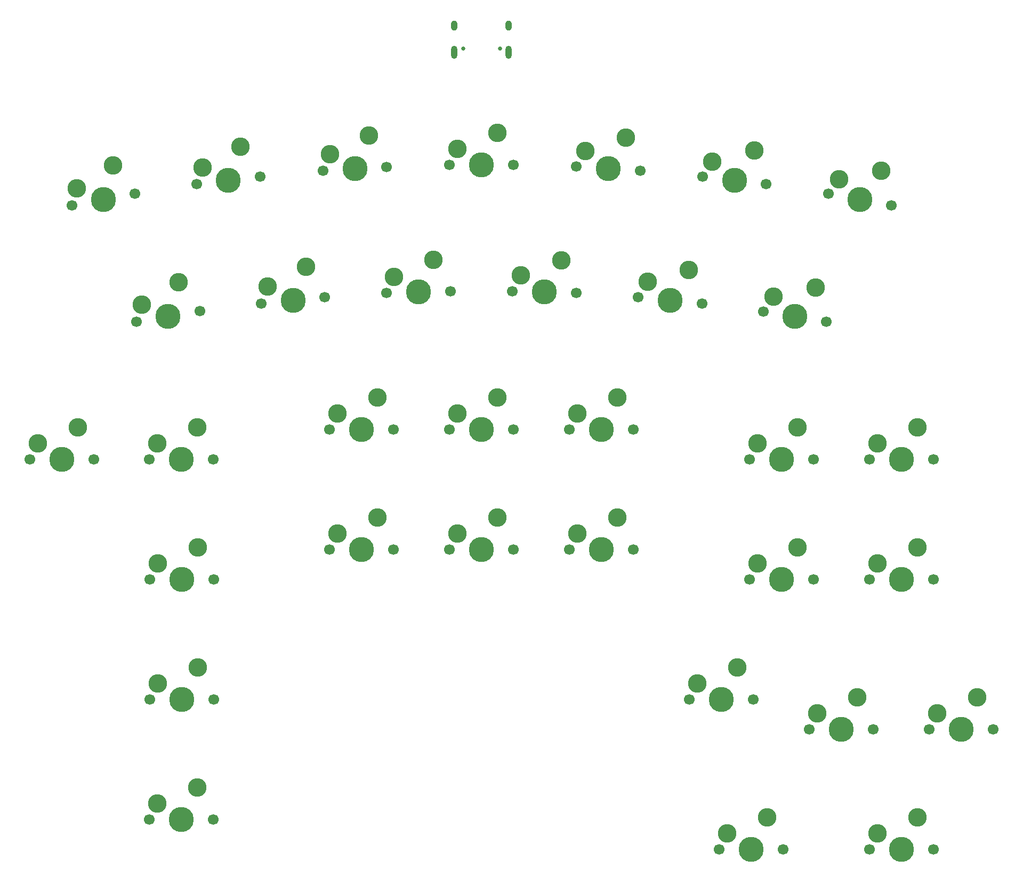
<source format=gbr>
%TF.GenerationSoftware,KiCad,Pcbnew,(6.0.1)*%
%TF.CreationDate,2023-02-18T19:59:14-08:00*%
%TF.ProjectId,StealthPad,53746561-6c74-4685-9061-642e6b696361,rev?*%
%TF.SameCoordinates,Original*%
%TF.FileFunction,Soldermask,Top*%
%TF.FilePolarity,Negative*%
%FSLAX46Y46*%
G04 Gerber Fmt 4.6, Leading zero omitted, Abs format (unit mm)*
G04 Created by KiCad (PCBNEW (6.0.1)) date 2023-02-18 19:59:14*
%MOMM*%
%LPD*%
G01*
G04 APERTURE LIST*
%ADD10C,2.950000*%
%ADD11C,1.700000*%
%ADD12C,3.980180*%
%ADD13C,0.650000*%
%ADD14O,1.000000X2.100000*%
%ADD15O,1.000000X1.600000*%
G04 APERTURE END LIST*
D10*
%TO.C,K21*%
X68680000Y-124210000D03*
D11*
X71220000Y-129290000D03*
D12*
X66140000Y-129290000D03*
D11*
X61060000Y-129290000D03*
D10*
X62330000Y-126750000D03*
%TD*%
D12*
%TO.C,K31*%
X66150000Y-148340000D03*
D10*
X62340000Y-145800000D03*
D11*
X61070000Y-148340000D03*
X71230000Y-148340000D03*
D10*
X68690000Y-143260000D03*
%TD*%
%TO.C,K02*%
X95885136Y-77954412D03*
D11*
X88589475Y-83490127D03*
X98730525Y-82869873D03*
D10*
X89702043Y-80877333D03*
D12*
X93660000Y-83180000D03*
%TD*%
D10*
%TO.C,K15*%
X166853543Y-102024345D03*
D11*
X158516058Y-105813428D03*
D12*
X163530000Y-106630000D03*
D11*
X168543942Y-107446572D03*
D10*
X160177830Y-103510600D03*
%TD*%
%TO.C,K12*%
X106164679Y-97600649D03*
D11*
X108867352Y-102596002D03*
D12*
X103790000Y-102760000D03*
D10*
X99899987Y-100344322D03*
D11*
X98712648Y-102923998D03*
%TD*%
D10*
%TO.C,K24*%
X135370000Y-119450000D03*
D12*
X132830000Y-124530000D03*
D10*
X129020000Y-121990000D03*
D11*
X127750000Y-124530000D03*
X137910000Y-124530000D03*
%TD*%
%TO.C,K00*%
X58714935Y-87144244D03*
X48725065Y-88995756D03*
D12*
X53720000Y-88070000D03*
D10*
X55291711Y-82612187D03*
X49510921Y-86266850D03*
%TD*%
%TO.C,K55*%
X152822500Y-188662500D03*
D11*
X151552500Y-191202500D03*
X161712500Y-191202500D03*
D12*
X156632500Y-191202500D03*
D10*
X159172500Y-186122500D03*
%TD*%
%TO.C,K06*%
X170576677Y-84878215D03*
D12*
X173860000Y-88070000D03*
D10*
X177283224Y-83537943D03*
D11*
X178854935Y-88995756D03*
X168865065Y-87144244D03*
%TD*%
D12*
%TO.C,K41*%
X66160000Y-167400000D03*
D11*
X61080000Y-167400000D03*
D10*
X62350000Y-164860000D03*
X68700000Y-162320000D03*
D11*
X71240000Y-167400000D03*
%TD*%
D12*
%TO.C,K36*%
X180460000Y-148340000D03*
D10*
X176650000Y-145800000D03*
X183000000Y-143260000D03*
D11*
X185540000Y-148340000D03*
X175380000Y-148340000D03*
%TD*%
%TO.C,K26*%
X185540000Y-129290000D03*
D10*
X176650000Y-126750000D03*
D11*
X175380000Y-129290000D03*
D10*
X183000000Y-124210000D03*
D12*
X180460000Y-129290000D03*
%TD*%
D10*
%TO.C,K51*%
X68680000Y-181370000D03*
D11*
X61060000Y-186450000D03*
D12*
X66140000Y-186450000D03*
D10*
X62330000Y-183910000D03*
D11*
X71220000Y-186450000D03*
%TD*%
D12*
%TO.C,K44*%
X151870000Y-167390000D03*
D10*
X148060000Y-164850000D03*
X154410000Y-162310000D03*
D11*
X146790000Y-167390000D03*
X156950000Y-167390000D03*
%TD*%
D10*
%TO.C,K22*%
X90920000Y-121990000D03*
X97270000Y-119450000D03*
D11*
X99810000Y-124530000D03*
X89650000Y-124530000D03*
D12*
X94730000Y-124530000D03*
%TD*%
D10*
%TO.C,K56*%
X176635000Y-188662500D03*
D12*
X180445000Y-191202500D03*
D10*
X182985000Y-186122500D03*
D11*
X185525000Y-191202500D03*
X175365000Y-191202500D03*
%TD*%
D10*
%TO.C,K20*%
X49650000Y-124200000D03*
D11*
X42030000Y-129280000D03*
D12*
X47110000Y-129280000D03*
D11*
X52190000Y-129280000D03*
D10*
X43300000Y-126740000D03*
%TD*%
D12*
%TO.C,K10*%
X64020000Y-106620000D03*
D11*
X69033942Y-105803428D03*
X59006058Y-107436572D03*
D10*
X59851258Y-104725458D03*
X65710399Y-101197772D03*
%TD*%
%TO.C,K04*%
X130242170Y-80392143D03*
D11*
X128819475Y-82849873D03*
D10*
X136735389Y-78244539D03*
D11*
X138960525Y-83470127D03*
D12*
X133890000Y-83160000D03*
%TD*%
D11*
%TO.C,K11*%
X88896186Y-103578691D03*
D10*
X79802206Y-101910389D03*
D12*
X83840000Y-104070000D03*
D10*
X85876784Y-98768160D03*
D11*
X78783814Y-104561309D03*
%TD*%
D10*
%TO.C,K33*%
X116320000Y-138500000D03*
D11*
X108700000Y-143580000D03*
D10*
X109970000Y-141040000D03*
D11*
X118860000Y-143580000D03*
D12*
X113780000Y-143580000D03*
%TD*%
D10*
%TO.C,K03*%
X109960000Y-80020000D03*
D11*
X108690000Y-82560000D03*
D12*
X113770000Y-82560000D03*
D10*
X116310000Y-77480000D03*
D11*
X118850000Y-82560000D03*
%TD*%
%TO.C,K23*%
X118860000Y-124530000D03*
D10*
X116320000Y-119450000D03*
D12*
X113780000Y-124530000D03*
D11*
X108700000Y-124530000D03*
D10*
X109970000Y-121990000D03*
%TD*%
D11*
%TO.C,K32*%
X99810000Y-143580000D03*
D10*
X90920000Y-141040000D03*
D12*
X94730000Y-143580000D03*
D11*
X89650000Y-143580000D03*
D10*
X97270000Y-138500000D03*
%TD*%
%TO.C,K46*%
X186160000Y-169612500D03*
D12*
X189970000Y-172152500D03*
D11*
X195050000Y-172152500D03*
D10*
X192510000Y-167072500D03*
D11*
X184890000Y-172152500D03*
%TD*%
D10*
%TO.C,K45*%
X173460000Y-167072500D03*
X167110000Y-169612500D03*
D12*
X170920000Y-172152500D03*
D11*
X176000000Y-172152500D03*
X165840000Y-172152500D03*
%TD*%
%TO.C,K01*%
X78632134Y-84400904D03*
D12*
X73590000Y-85020000D03*
D11*
X68547866Y-85639096D03*
D10*
X69498851Y-82963255D03*
X75491971Y-79668317D03*
%TD*%
D11*
%TO.C,K25*%
X156330000Y-129290000D03*
D10*
X157600000Y-126750000D03*
D12*
X161410000Y-129290000D03*
D11*
X166490000Y-129290000D03*
D10*
X163950000Y-124210000D03*
%TD*%
D12*
%TO.C,K34*%
X132830000Y-143580000D03*
D11*
X137910000Y-143580000D03*
D10*
X135370000Y-138500000D03*
X129020000Y-141040000D03*
D11*
X127750000Y-143580000D03*
%TD*%
D10*
%TO.C,K35*%
X163950000Y-143260000D03*
D12*
X161410000Y-148340000D03*
D10*
X157600000Y-145800000D03*
D11*
X166490000Y-148340000D03*
X156330000Y-148340000D03*
%TD*%
D12*
%TO.C,K05*%
X153940000Y-85030000D03*
D11*
X148897866Y-84410904D03*
D10*
X157080163Y-80297414D03*
X150467947Y-82044611D03*
D11*
X158982134Y-85649096D03*
%TD*%
D10*
%TO.C,K13*%
X120053985Y-100098326D03*
D11*
X128857352Y-102923998D03*
D12*
X123780000Y-102760000D03*
D11*
X118702648Y-102596002D03*
D10*
X126482674Y-97764647D03*
%TD*%
D11*
%TO.C,K14*%
X138663814Y-103558691D03*
X148776186Y-104541309D03*
D10*
X146739402Y-99239469D03*
D12*
X143720000Y-104050000D03*
D10*
X140173515Y-101153425D03*
%TD*%
D13*
%TO.C,J1*%
X116690000Y-64150000D03*
X110910000Y-64150000D03*
D14*
X118120000Y-64680000D03*
D15*
X118120000Y-60500000D03*
X109480000Y-60500000D03*
D14*
X109480000Y-64680000D03*
%TD*%
M02*

</source>
